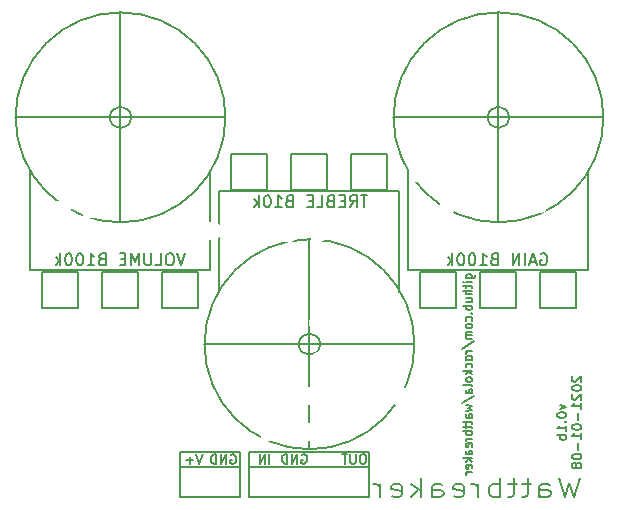
<source format=gbo>
%TF.GenerationSoftware,KiCad,Pcbnew,6.0.0+dfsg1-2*%
%TF.CreationDate,2022-01-11T21:41:47+02:00*%
%TF.ProjectId,wattbreaker,77617474-6272-4656-916b-65722e6b6963,rev?*%
%TF.SameCoordinates,Original*%
%TF.FileFunction,Legend,Bot*%
%TF.FilePolarity,Positive*%
%FSLAX46Y46*%
G04 Gerber Fmt 4.6, Leading zero omitted, Abs format (unit mm)*
G04 Created by KiCad (PCBNEW 6.0.0+dfsg1-2) date 2022-01-11 21:41:47*
%MOMM*%
%LPD*%
G01*
G04 APERTURE LIST*
%ADD10C,0.127000*%
%ADD11C,0.150000*%
%ADD12C,0.100000*%
%ADD13R,1.600000X1.600000*%
%ADD14O,1.600000X1.600000*%
%ADD15C,1.600000*%
%ADD16R,2.540000X2.540000*%
%ADD17O,2.540000X2.540000*%
%ADD18R,2.200000X2.200000*%
%ADD19O,2.200000X2.200000*%
%ADD20R,1.930400X1.930400*%
%ADD21O,1.930400X1.930400*%
G04 APERTURE END LIST*
D10*
X130204571Y-75711238D02*
X130737904Y-75901714D01*
X130204571Y-76092190D01*
X129937904Y-76549333D02*
X129937904Y-76625523D01*
X129976000Y-76701714D01*
X130014095Y-76739809D01*
X130090285Y-76777904D01*
X130242666Y-76816000D01*
X130433142Y-76816000D01*
X130585523Y-76777904D01*
X130661714Y-76739809D01*
X130699809Y-76701714D01*
X130737904Y-76625523D01*
X130737904Y-76549333D01*
X130699809Y-76473142D01*
X130661714Y-76435047D01*
X130585523Y-76396952D01*
X130433142Y-76358857D01*
X130242666Y-76358857D01*
X130090285Y-76396952D01*
X130014095Y-76435047D01*
X129976000Y-76473142D01*
X129937904Y-76549333D01*
X130661714Y-77158857D02*
X130699809Y-77196952D01*
X130737904Y-77158857D01*
X130699809Y-77120761D01*
X130661714Y-77158857D01*
X130737904Y-77158857D01*
X130737904Y-77958857D02*
X130737904Y-77501714D01*
X130737904Y-77730285D02*
X129937904Y-77730285D01*
X130052190Y-77654095D01*
X130128380Y-77577904D01*
X130166476Y-77501714D01*
X130737904Y-78301714D02*
X129937904Y-78301714D01*
X130242666Y-78301714D02*
X130204571Y-78377904D01*
X130204571Y-78530285D01*
X130242666Y-78606476D01*
X130280761Y-78644571D01*
X130356952Y-78682666D01*
X130585523Y-78682666D01*
X130661714Y-78644571D01*
X130699809Y-78606476D01*
X130737904Y-78530285D01*
X130737904Y-78377904D01*
X130699809Y-78301714D01*
X131302095Y-73330285D02*
X131264000Y-73368380D01*
X131225904Y-73444571D01*
X131225904Y-73635047D01*
X131264000Y-73711238D01*
X131302095Y-73749333D01*
X131378285Y-73787428D01*
X131454476Y-73787428D01*
X131568761Y-73749333D01*
X132025904Y-73292190D01*
X132025904Y-73787428D01*
X131225904Y-74282666D02*
X131225904Y-74358857D01*
X131264000Y-74435047D01*
X131302095Y-74473142D01*
X131378285Y-74511238D01*
X131530666Y-74549333D01*
X131721142Y-74549333D01*
X131873523Y-74511238D01*
X131949714Y-74473142D01*
X131987809Y-74435047D01*
X132025904Y-74358857D01*
X132025904Y-74282666D01*
X131987809Y-74206476D01*
X131949714Y-74168380D01*
X131873523Y-74130285D01*
X131721142Y-74092190D01*
X131530666Y-74092190D01*
X131378285Y-74130285D01*
X131302095Y-74168380D01*
X131264000Y-74206476D01*
X131225904Y-74282666D01*
X131302095Y-74854095D02*
X131264000Y-74892190D01*
X131225904Y-74968380D01*
X131225904Y-75158857D01*
X131264000Y-75235047D01*
X131302095Y-75273142D01*
X131378285Y-75311238D01*
X131454476Y-75311238D01*
X131568761Y-75273142D01*
X132025904Y-74816000D01*
X132025904Y-75311238D01*
X132025904Y-76073142D02*
X132025904Y-75616000D01*
X132025904Y-75844571D02*
X131225904Y-75844571D01*
X131340190Y-75768380D01*
X131416380Y-75692190D01*
X131454476Y-75616000D01*
X131721142Y-76416000D02*
X131721142Y-77025523D01*
X131225904Y-77558857D02*
X131225904Y-77635047D01*
X131264000Y-77711238D01*
X131302095Y-77749333D01*
X131378285Y-77787428D01*
X131530666Y-77825523D01*
X131721142Y-77825523D01*
X131873523Y-77787428D01*
X131949714Y-77749333D01*
X131987809Y-77711238D01*
X132025904Y-77635047D01*
X132025904Y-77558857D01*
X131987809Y-77482666D01*
X131949714Y-77444571D01*
X131873523Y-77406476D01*
X131721142Y-77368380D01*
X131530666Y-77368380D01*
X131378285Y-77406476D01*
X131302095Y-77444571D01*
X131264000Y-77482666D01*
X131225904Y-77558857D01*
X132025904Y-78587428D02*
X132025904Y-78130285D01*
X132025904Y-78358857D02*
X131225904Y-78358857D01*
X131340190Y-78282666D01*
X131416380Y-78206476D01*
X131454476Y-78130285D01*
X131721142Y-78930285D02*
X131721142Y-79539809D01*
X131225904Y-80073142D02*
X131225904Y-80149333D01*
X131264000Y-80225523D01*
X131302095Y-80263619D01*
X131378285Y-80301714D01*
X131530666Y-80339809D01*
X131721142Y-80339809D01*
X131873523Y-80301714D01*
X131949714Y-80263619D01*
X131987809Y-80225523D01*
X132025904Y-80149333D01*
X132025904Y-80073142D01*
X131987809Y-79996952D01*
X131949714Y-79958857D01*
X131873523Y-79920761D01*
X131721142Y-79882666D01*
X131530666Y-79882666D01*
X131378285Y-79920761D01*
X131302095Y-79958857D01*
X131264000Y-79996952D01*
X131225904Y-80073142D01*
X131568761Y-80796952D02*
X131530666Y-80720761D01*
X131492571Y-80682666D01*
X131416380Y-80644571D01*
X131378285Y-80644571D01*
X131302095Y-80682666D01*
X131264000Y-80720761D01*
X131225904Y-80796952D01*
X131225904Y-80949333D01*
X131264000Y-81025523D01*
X131302095Y-81063619D01*
X131378285Y-81101714D01*
X131416380Y-81101714D01*
X131492571Y-81063619D01*
X131530666Y-81025523D01*
X131568761Y-80949333D01*
X131568761Y-80796952D01*
X131606857Y-80720761D01*
X131644952Y-80682666D01*
X131721142Y-80644571D01*
X131873523Y-80644571D01*
X131949714Y-80682666D01*
X131987809Y-80720761D01*
X132025904Y-80796952D01*
X132025904Y-80949333D01*
X131987809Y-81025523D01*
X131949714Y-81063619D01*
X131873523Y-81101714D01*
X131721142Y-81101714D01*
X131644952Y-81063619D01*
X131606857Y-81025523D01*
X131568761Y-80949333D01*
D11*
X131878095Y-81927809D02*
X131390000Y-83527809D01*
X130999523Y-82384952D01*
X130609047Y-83527809D01*
X130120952Y-81927809D01*
X128461428Y-83527809D02*
X128461428Y-82689714D01*
X128559047Y-82537333D01*
X128754285Y-82461142D01*
X129144761Y-82461142D01*
X129340000Y-82537333D01*
X128461428Y-83451619D02*
X128656666Y-83527809D01*
X129144761Y-83527809D01*
X129340000Y-83451619D01*
X129437619Y-83299238D01*
X129437619Y-83146857D01*
X129340000Y-82994476D01*
X129144761Y-82918285D01*
X128656666Y-82918285D01*
X128461428Y-82842095D01*
X127778095Y-82461142D02*
X126997142Y-82461142D01*
X127485238Y-81927809D02*
X127485238Y-83299238D01*
X127387619Y-83451619D01*
X127192380Y-83527809D01*
X126997142Y-83527809D01*
X126606666Y-82461142D02*
X125825714Y-82461142D01*
X126313809Y-81927809D02*
X126313809Y-83299238D01*
X126216190Y-83451619D01*
X126020952Y-83527809D01*
X125825714Y-83527809D01*
X125142380Y-83527809D02*
X125142380Y-81927809D01*
X125142380Y-82537333D02*
X124947142Y-82461142D01*
X124556666Y-82461142D01*
X124361428Y-82537333D01*
X124263809Y-82613523D01*
X124166190Y-82765904D01*
X124166190Y-83223047D01*
X124263809Y-83375428D01*
X124361428Y-83451619D01*
X124556666Y-83527809D01*
X124947142Y-83527809D01*
X125142380Y-83451619D01*
X123287619Y-83527809D02*
X123287619Y-82461142D01*
X123287619Y-82765904D02*
X123190000Y-82613523D01*
X123092380Y-82537333D01*
X122897142Y-82461142D01*
X122701904Y-82461142D01*
X121237619Y-83451619D02*
X121432857Y-83527809D01*
X121823333Y-83527809D01*
X122018571Y-83451619D01*
X122116190Y-83299238D01*
X122116190Y-82689714D01*
X122018571Y-82537333D01*
X121823333Y-82461142D01*
X121432857Y-82461142D01*
X121237619Y-82537333D01*
X121140000Y-82689714D01*
X121140000Y-82842095D01*
X122116190Y-82994476D01*
X119382857Y-83527809D02*
X119382857Y-82689714D01*
X119480476Y-82537333D01*
X119675714Y-82461142D01*
X120066190Y-82461142D01*
X120261428Y-82537333D01*
X119382857Y-83451619D02*
X119578095Y-83527809D01*
X120066190Y-83527809D01*
X120261428Y-83451619D01*
X120359047Y-83299238D01*
X120359047Y-83146857D01*
X120261428Y-82994476D01*
X120066190Y-82918285D01*
X119578095Y-82918285D01*
X119382857Y-82842095D01*
X118406666Y-83527809D02*
X118406666Y-81927809D01*
X118211428Y-82918285D02*
X117625714Y-83527809D01*
X117625714Y-82461142D02*
X118406666Y-83070666D01*
X115966190Y-83451619D02*
X116161428Y-83527809D01*
X116551904Y-83527809D01*
X116747142Y-83451619D01*
X116844761Y-83299238D01*
X116844761Y-82689714D01*
X116747142Y-82537333D01*
X116551904Y-82461142D01*
X116161428Y-82461142D01*
X115966190Y-82537333D01*
X115868571Y-82689714D01*
X115868571Y-82842095D01*
X116844761Y-82994476D01*
X114990000Y-83527809D02*
X114990000Y-82461142D01*
X114990000Y-82765904D02*
X114892380Y-82613523D01*
X114794761Y-82537333D01*
X114599523Y-82461142D01*
X114404285Y-82461142D01*
D10*
X122238571Y-65003333D02*
X122886190Y-65003333D01*
X122962380Y-64970000D01*
X123000476Y-64936666D01*
X123038571Y-64870000D01*
X123038571Y-64770000D01*
X123000476Y-64703333D01*
X122733809Y-65003333D02*
X122771904Y-64936666D01*
X122771904Y-64803333D01*
X122733809Y-64736666D01*
X122695714Y-64703333D01*
X122619523Y-64670000D01*
X122390952Y-64670000D01*
X122314761Y-64703333D01*
X122276666Y-64736666D01*
X122238571Y-64803333D01*
X122238571Y-64936666D01*
X122276666Y-65003333D01*
X122771904Y-65336666D02*
X122238571Y-65336666D01*
X121971904Y-65336666D02*
X122010000Y-65303333D01*
X122048095Y-65336666D01*
X122010000Y-65370000D01*
X121971904Y-65336666D01*
X122048095Y-65336666D01*
X122238571Y-65570000D02*
X122238571Y-65836666D01*
X121971904Y-65670000D02*
X122657619Y-65670000D01*
X122733809Y-65703333D01*
X122771904Y-65770000D01*
X122771904Y-65836666D01*
X122771904Y-66070000D02*
X121971904Y-66070000D01*
X122771904Y-66370000D02*
X122352857Y-66370000D01*
X122276666Y-66336666D01*
X122238571Y-66270000D01*
X122238571Y-66170000D01*
X122276666Y-66103333D01*
X122314761Y-66070000D01*
X122238571Y-67003333D02*
X122771904Y-67003333D01*
X122238571Y-66703333D02*
X122657619Y-66703333D01*
X122733809Y-66736666D01*
X122771904Y-66803333D01*
X122771904Y-66903333D01*
X122733809Y-66970000D01*
X122695714Y-67003333D01*
X122771904Y-67336666D02*
X121971904Y-67336666D01*
X122276666Y-67336666D02*
X122238571Y-67403333D01*
X122238571Y-67536666D01*
X122276666Y-67603333D01*
X122314761Y-67636666D01*
X122390952Y-67670000D01*
X122619523Y-67670000D01*
X122695714Y-67636666D01*
X122733809Y-67603333D01*
X122771904Y-67536666D01*
X122771904Y-67403333D01*
X122733809Y-67336666D01*
X122695714Y-67970000D02*
X122733809Y-68003333D01*
X122771904Y-67970000D01*
X122733809Y-67936666D01*
X122695714Y-67970000D01*
X122771904Y-67970000D01*
X122733809Y-68603333D02*
X122771904Y-68536666D01*
X122771904Y-68403333D01*
X122733809Y-68336666D01*
X122695714Y-68303333D01*
X122619523Y-68270000D01*
X122390952Y-68270000D01*
X122314761Y-68303333D01*
X122276666Y-68336666D01*
X122238571Y-68403333D01*
X122238571Y-68536666D01*
X122276666Y-68603333D01*
X122771904Y-69003333D02*
X122733809Y-68936666D01*
X122695714Y-68903333D01*
X122619523Y-68870000D01*
X122390952Y-68870000D01*
X122314761Y-68903333D01*
X122276666Y-68936666D01*
X122238571Y-69003333D01*
X122238571Y-69103333D01*
X122276666Y-69170000D01*
X122314761Y-69203333D01*
X122390952Y-69236666D01*
X122619523Y-69236666D01*
X122695714Y-69203333D01*
X122733809Y-69170000D01*
X122771904Y-69103333D01*
X122771904Y-69003333D01*
X122771904Y-69536666D02*
X122238571Y-69536666D01*
X122314761Y-69536666D02*
X122276666Y-69570000D01*
X122238571Y-69636666D01*
X122238571Y-69736666D01*
X122276666Y-69803333D01*
X122352857Y-69836666D01*
X122771904Y-69836666D01*
X122352857Y-69836666D02*
X122276666Y-69870000D01*
X122238571Y-69936666D01*
X122238571Y-70036666D01*
X122276666Y-70103333D01*
X122352857Y-70136666D01*
X122771904Y-70136666D01*
X121933809Y-70970000D02*
X122962380Y-70370000D01*
X122771904Y-71203333D02*
X122238571Y-71203333D01*
X122390952Y-71203333D02*
X122314761Y-71236666D01*
X122276666Y-71270000D01*
X122238571Y-71336666D01*
X122238571Y-71403333D01*
X122771904Y-71736666D02*
X122733809Y-71670000D01*
X122695714Y-71636666D01*
X122619523Y-71603333D01*
X122390952Y-71603333D01*
X122314761Y-71636666D01*
X122276666Y-71670000D01*
X122238571Y-71736666D01*
X122238571Y-71836666D01*
X122276666Y-71903333D01*
X122314761Y-71936666D01*
X122390952Y-71970000D01*
X122619523Y-71970000D01*
X122695714Y-71936666D01*
X122733809Y-71903333D01*
X122771904Y-71836666D01*
X122771904Y-71736666D01*
X122733809Y-72570000D02*
X122771904Y-72503333D01*
X122771904Y-72370000D01*
X122733809Y-72303333D01*
X122695714Y-72270000D01*
X122619523Y-72236666D01*
X122390952Y-72236666D01*
X122314761Y-72270000D01*
X122276666Y-72303333D01*
X122238571Y-72370000D01*
X122238571Y-72503333D01*
X122276666Y-72570000D01*
X122771904Y-72870000D02*
X121971904Y-72870000D01*
X122467142Y-72936666D02*
X122771904Y-73136666D01*
X122238571Y-73136666D02*
X122543333Y-72870000D01*
X122771904Y-73536666D02*
X122733809Y-73470000D01*
X122695714Y-73436666D01*
X122619523Y-73403333D01*
X122390952Y-73403333D01*
X122314761Y-73436666D01*
X122276666Y-73470000D01*
X122238571Y-73536666D01*
X122238571Y-73636666D01*
X122276666Y-73703333D01*
X122314761Y-73736666D01*
X122390952Y-73770000D01*
X122619523Y-73770000D01*
X122695714Y-73736666D01*
X122733809Y-73703333D01*
X122771904Y-73636666D01*
X122771904Y-73536666D01*
X122771904Y-74170000D02*
X122733809Y-74103333D01*
X122657619Y-74070000D01*
X121971904Y-74070000D01*
X122771904Y-74736666D02*
X122352857Y-74736666D01*
X122276666Y-74703333D01*
X122238571Y-74636666D01*
X122238571Y-74503333D01*
X122276666Y-74436666D01*
X122733809Y-74736666D02*
X122771904Y-74670000D01*
X122771904Y-74503333D01*
X122733809Y-74436666D01*
X122657619Y-74403333D01*
X122581428Y-74403333D01*
X122505238Y-74436666D01*
X122467142Y-74503333D01*
X122467142Y-74670000D01*
X122429047Y-74736666D01*
X121933809Y-75570000D02*
X122962380Y-74970000D01*
X122238571Y-75736666D02*
X122771904Y-75870000D01*
X122390952Y-76003333D01*
X122771904Y-76136666D01*
X122238571Y-76270000D01*
X122771904Y-76836666D02*
X122352857Y-76836666D01*
X122276666Y-76803333D01*
X122238571Y-76736666D01*
X122238571Y-76603333D01*
X122276666Y-76536666D01*
X122733809Y-76836666D02*
X122771904Y-76770000D01*
X122771904Y-76603333D01*
X122733809Y-76536666D01*
X122657619Y-76503333D01*
X122581428Y-76503333D01*
X122505238Y-76536666D01*
X122467142Y-76603333D01*
X122467142Y-76770000D01*
X122429047Y-76836666D01*
X122238571Y-77070000D02*
X122238571Y-77336666D01*
X121971904Y-77170000D02*
X122657619Y-77170000D01*
X122733809Y-77203333D01*
X122771904Y-77270000D01*
X122771904Y-77336666D01*
X122238571Y-77470000D02*
X122238571Y-77736666D01*
X121971904Y-77570000D02*
X122657619Y-77570000D01*
X122733809Y-77603333D01*
X122771904Y-77670000D01*
X122771904Y-77736666D01*
X122771904Y-77970000D02*
X121971904Y-77970000D01*
X122276666Y-77970000D02*
X122238571Y-78036666D01*
X122238571Y-78170000D01*
X122276666Y-78236666D01*
X122314761Y-78270000D01*
X122390952Y-78303333D01*
X122619523Y-78303333D01*
X122695714Y-78270000D01*
X122733809Y-78236666D01*
X122771904Y-78170000D01*
X122771904Y-78036666D01*
X122733809Y-77970000D01*
X122771904Y-78603333D02*
X122238571Y-78603333D01*
X122390952Y-78603333D02*
X122314761Y-78636666D01*
X122276666Y-78670000D01*
X122238571Y-78736666D01*
X122238571Y-78803333D01*
X122733809Y-79303333D02*
X122771904Y-79236666D01*
X122771904Y-79103333D01*
X122733809Y-79036666D01*
X122657619Y-79003333D01*
X122352857Y-79003333D01*
X122276666Y-79036666D01*
X122238571Y-79103333D01*
X122238571Y-79236666D01*
X122276666Y-79303333D01*
X122352857Y-79336666D01*
X122429047Y-79336666D01*
X122505238Y-79003333D01*
X122771904Y-79936666D02*
X122352857Y-79936666D01*
X122276666Y-79903333D01*
X122238571Y-79836666D01*
X122238571Y-79703333D01*
X122276666Y-79636666D01*
X122733809Y-79936666D02*
X122771904Y-79870000D01*
X122771904Y-79703333D01*
X122733809Y-79636666D01*
X122657619Y-79603333D01*
X122581428Y-79603333D01*
X122505238Y-79636666D01*
X122467142Y-79703333D01*
X122467142Y-79870000D01*
X122429047Y-79936666D01*
X122771904Y-80270000D02*
X121971904Y-80270000D01*
X122467142Y-80336666D02*
X122771904Y-80536666D01*
X122238571Y-80536666D02*
X122543333Y-80270000D01*
X122733809Y-81103333D02*
X122771904Y-81036666D01*
X122771904Y-80903333D01*
X122733809Y-80836666D01*
X122657619Y-80803333D01*
X122352857Y-80803333D01*
X122276666Y-80836666D01*
X122238571Y-80903333D01*
X122238571Y-81036666D01*
X122276666Y-81103333D01*
X122352857Y-81136666D01*
X122429047Y-81136666D01*
X122505238Y-80803333D01*
X122771904Y-81436666D02*
X122238571Y-81436666D01*
X122390952Y-81436666D02*
X122314761Y-81470000D01*
X122276666Y-81503333D01*
X122238571Y-81570000D01*
X122238571Y-81636666D01*
D11*
%TO.C,RV3*%
X113896833Y-57992380D02*
X113325404Y-57992380D01*
X113611119Y-58992380D02*
X113611119Y-57992380D01*
X112420642Y-58992380D02*
X112753976Y-58516190D01*
X112992071Y-58992380D02*
X112992071Y-57992380D01*
X112611119Y-57992380D01*
X112515880Y-58040000D01*
X112468261Y-58087619D01*
X112420642Y-58182857D01*
X112420642Y-58325714D01*
X112468261Y-58420952D01*
X112515880Y-58468571D01*
X112611119Y-58516190D01*
X112992071Y-58516190D01*
X111992071Y-58468571D02*
X111658738Y-58468571D01*
X111515880Y-58992380D02*
X111992071Y-58992380D01*
X111992071Y-57992380D01*
X111515880Y-57992380D01*
X110753976Y-58468571D02*
X110611119Y-58516190D01*
X110563500Y-58563809D01*
X110515880Y-58659047D01*
X110515880Y-58801904D01*
X110563500Y-58897142D01*
X110611119Y-58944761D01*
X110706357Y-58992380D01*
X111087309Y-58992380D01*
X111087309Y-57992380D01*
X110753976Y-57992380D01*
X110658738Y-58040000D01*
X110611119Y-58087619D01*
X110563500Y-58182857D01*
X110563500Y-58278095D01*
X110611119Y-58373333D01*
X110658738Y-58420952D01*
X110753976Y-58468571D01*
X111087309Y-58468571D01*
X109611119Y-58992380D02*
X110087309Y-58992380D01*
X110087309Y-57992380D01*
X109277785Y-58468571D02*
X108944452Y-58468571D01*
X108801595Y-58992380D02*
X109277785Y-58992380D01*
X109277785Y-57992380D01*
X108801595Y-57992380D01*
X107277785Y-58468571D02*
X107134928Y-58516190D01*
X107087309Y-58563809D01*
X107039690Y-58659047D01*
X107039690Y-58801904D01*
X107087309Y-58897142D01*
X107134928Y-58944761D01*
X107230166Y-58992380D01*
X107611119Y-58992380D01*
X107611119Y-57992380D01*
X107277785Y-57992380D01*
X107182547Y-58040000D01*
X107134928Y-58087619D01*
X107087309Y-58182857D01*
X107087309Y-58278095D01*
X107134928Y-58373333D01*
X107182547Y-58420952D01*
X107277785Y-58468571D01*
X107611119Y-58468571D01*
X106087309Y-58992380D02*
X106658738Y-58992380D01*
X106373023Y-58992380D02*
X106373023Y-57992380D01*
X106468261Y-58135238D01*
X106563500Y-58230476D01*
X106658738Y-58278095D01*
X105468261Y-57992380D02*
X105373023Y-57992380D01*
X105277785Y-58040000D01*
X105230166Y-58087619D01*
X105182547Y-58182857D01*
X105134928Y-58373333D01*
X105134928Y-58611428D01*
X105182547Y-58801904D01*
X105230166Y-58897142D01*
X105277785Y-58944761D01*
X105373023Y-58992380D01*
X105468261Y-58992380D01*
X105563500Y-58944761D01*
X105611119Y-58897142D01*
X105658738Y-58801904D01*
X105706357Y-58611428D01*
X105706357Y-58373333D01*
X105658738Y-58182857D01*
X105611119Y-58087619D01*
X105563500Y-58040000D01*
X105468261Y-57992380D01*
X104706357Y-58992380D02*
X104706357Y-57992380D01*
X104611119Y-58611428D02*
X104325404Y-58992380D01*
X104325404Y-58325714D02*
X104706357Y-58706666D01*
D12*
X108714285Y-56452380D02*
X109285714Y-56452380D01*
X109000000Y-56452380D02*
X109000000Y-55452380D01*
X109095238Y-55595238D01*
X109190476Y-55690476D01*
X109285714Y-55738095D01*
D11*
%TO.C,RV1*%
X128579357Y-62960000D02*
X128674595Y-62912380D01*
X128817452Y-62912380D01*
X128960309Y-62960000D01*
X129055547Y-63055238D01*
X129103166Y-63150476D01*
X129150785Y-63340952D01*
X129150785Y-63483809D01*
X129103166Y-63674285D01*
X129055547Y-63769523D01*
X128960309Y-63864761D01*
X128817452Y-63912380D01*
X128722214Y-63912380D01*
X128579357Y-63864761D01*
X128531738Y-63817142D01*
X128531738Y-63483809D01*
X128722214Y-63483809D01*
X128150785Y-63626666D02*
X127674595Y-63626666D01*
X128246023Y-63912380D02*
X127912690Y-62912380D01*
X127579357Y-63912380D01*
X127246023Y-63912380D02*
X127246023Y-62912380D01*
X126769833Y-63912380D02*
X126769833Y-62912380D01*
X126198404Y-63912380D01*
X126198404Y-62912380D01*
X124626976Y-63388571D02*
X124484119Y-63436190D01*
X124436500Y-63483809D01*
X124388880Y-63579047D01*
X124388880Y-63721904D01*
X124436500Y-63817142D01*
X124484119Y-63864761D01*
X124579357Y-63912380D01*
X124960309Y-63912380D01*
X124960309Y-62912380D01*
X124626976Y-62912380D01*
X124531738Y-62960000D01*
X124484119Y-63007619D01*
X124436500Y-63102857D01*
X124436500Y-63198095D01*
X124484119Y-63293333D01*
X124531738Y-63340952D01*
X124626976Y-63388571D01*
X124960309Y-63388571D01*
X123436500Y-63912380D02*
X124007928Y-63912380D01*
X123722214Y-63912380D02*
X123722214Y-62912380D01*
X123817452Y-63055238D01*
X123912690Y-63150476D01*
X124007928Y-63198095D01*
X122817452Y-62912380D02*
X122722214Y-62912380D01*
X122626976Y-62960000D01*
X122579357Y-63007619D01*
X122531738Y-63102857D01*
X122484119Y-63293333D01*
X122484119Y-63531428D01*
X122531738Y-63721904D01*
X122579357Y-63817142D01*
X122626976Y-63864761D01*
X122722214Y-63912380D01*
X122817452Y-63912380D01*
X122912690Y-63864761D01*
X122960309Y-63817142D01*
X123007928Y-63721904D01*
X123055547Y-63531428D01*
X123055547Y-63293333D01*
X123007928Y-63102857D01*
X122960309Y-63007619D01*
X122912690Y-62960000D01*
X122817452Y-62912380D01*
X121865071Y-62912380D02*
X121769833Y-62912380D01*
X121674595Y-62960000D01*
X121626976Y-63007619D01*
X121579357Y-63102857D01*
X121531738Y-63293333D01*
X121531738Y-63531428D01*
X121579357Y-63721904D01*
X121626976Y-63817142D01*
X121674595Y-63864761D01*
X121769833Y-63912380D01*
X121865071Y-63912380D01*
X121960309Y-63864761D01*
X122007928Y-63817142D01*
X122055547Y-63721904D01*
X122103166Y-63531428D01*
X122103166Y-63293333D01*
X122055547Y-63102857D01*
X122007928Y-63007619D01*
X121960309Y-62960000D01*
X121865071Y-62912380D01*
X121103166Y-63912380D02*
X121103166Y-62912380D01*
X121007928Y-63531428D02*
X120722214Y-63912380D01*
X120722214Y-63245714D02*
X121103166Y-63626666D01*
D12*
X124714285Y-66452380D02*
X125285714Y-66452380D01*
X125000000Y-66452380D02*
X125000000Y-65452380D01*
X125095238Y-65595238D01*
X125190476Y-65690476D01*
X125285714Y-65738095D01*
D11*
%TO.C,RV2*%
X98460309Y-62912380D02*
X98126976Y-63912380D01*
X97793642Y-62912380D01*
X97269833Y-62912380D02*
X97079357Y-62912380D01*
X96984119Y-62960000D01*
X96888880Y-63055238D01*
X96841261Y-63245714D01*
X96841261Y-63579047D01*
X96888880Y-63769523D01*
X96984119Y-63864761D01*
X97079357Y-63912380D01*
X97269833Y-63912380D01*
X97365071Y-63864761D01*
X97460309Y-63769523D01*
X97507928Y-63579047D01*
X97507928Y-63245714D01*
X97460309Y-63055238D01*
X97365071Y-62960000D01*
X97269833Y-62912380D01*
X95936500Y-63912380D02*
X96412690Y-63912380D01*
X96412690Y-62912380D01*
X95603166Y-62912380D02*
X95603166Y-63721904D01*
X95555547Y-63817142D01*
X95507928Y-63864761D01*
X95412690Y-63912380D01*
X95222214Y-63912380D01*
X95126976Y-63864761D01*
X95079357Y-63817142D01*
X95031738Y-63721904D01*
X95031738Y-62912380D01*
X94555547Y-63912380D02*
X94555547Y-62912380D01*
X94222214Y-63626666D01*
X93888880Y-62912380D01*
X93888880Y-63912380D01*
X93412690Y-63388571D02*
X93079357Y-63388571D01*
X92936500Y-63912380D02*
X93412690Y-63912380D01*
X93412690Y-62912380D01*
X92936500Y-62912380D01*
X91412690Y-63388571D02*
X91269833Y-63436190D01*
X91222214Y-63483809D01*
X91174595Y-63579047D01*
X91174595Y-63721904D01*
X91222214Y-63817142D01*
X91269833Y-63864761D01*
X91365071Y-63912380D01*
X91746023Y-63912380D01*
X91746023Y-62912380D01*
X91412690Y-62912380D01*
X91317452Y-62960000D01*
X91269833Y-63007619D01*
X91222214Y-63102857D01*
X91222214Y-63198095D01*
X91269833Y-63293333D01*
X91317452Y-63340952D01*
X91412690Y-63388571D01*
X91746023Y-63388571D01*
X90222214Y-63912380D02*
X90793642Y-63912380D01*
X90507928Y-63912380D02*
X90507928Y-62912380D01*
X90603166Y-63055238D01*
X90698404Y-63150476D01*
X90793642Y-63198095D01*
X89603166Y-62912380D02*
X89507928Y-62912380D01*
X89412690Y-62960000D01*
X89365071Y-63007619D01*
X89317452Y-63102857D01*
X89269833Y-63293333D01*
X89269833Y-63531428D01*
X89317452Y-63721904D01*
X89365071Y-63817142D01*
X89412690Y-63864761D01*
X89507928Y-63912380D01*
X89603166Y-63912380D01*
X89698404Y-63864761D01*
X89746023Y-63817142D01*
X89793642Y-63721904D01*
X89841261Y-63531428D01*
X89841261Y-63293333D01*
X89793642Y-63102857D01*
X89746023Y-63007619D01*
X89698404Y-62960000D01*
X89603166Y-62912380D01*
X88650785Y-62912380D02*
X88555547Y-62912380D01*
X88460309Y-62960000D01*
X88412690Y-63007619D01*
X88365071Y-63102857D01*
X88317452Y-63293333D01*
X88317452Y-63531428D01*
X88365071Y-63721904D01*
X88412690Y-63817142D01*
X88460309Y-63864761D01*
X88555547Y-63912380D01*
X88650785Y-63912380D01*
X88746023Y-63864761D01*
X88793642Y-63817142D01*
X88841261Y-63721904D01*
X88888880Y-63531428D01*
X88888880Y-63293333D01*
X88841261Y-63102857D01*
X88793642Y-63007619D01*
X88746023Y-62960000D01*
X88650785Y-62912380D01*
X87888880Y-63912380D02*
X87888880Y-62912380D01*
X87793642Y-63531428D02*
X87507928Y-63912380D01*
X87507928Y-63245714D02*
X87888880Y-63626666D01*
D12*
X92714285Y-66452380D02*
X93285714Y-66452380D01*
X93000000Y-66452380D02*
X93000000Y-65452380D01*
X93095238Y-65595238D01*
X93190476Y-65690476D01*
X93285714Y-65738095D01*
D11*
%TO.C,J1*%
X108339523Y-79945000D02*
X108415714Y-79906904D01*
X108530000Y-79906904D01*
X108644285Y-79945000D01*
X108720476Y-80021190D01*
X108758571Y-80097380D01*
X108796666Y-80249761D01*
X108796666Y-80364047D01*
X108758571Y-80516428D01*
X108720476Y-80592619D01*
X108644285Y-80668809D01*
X108530000Y-80706904D01*
X108453809Y-80706904D01*
X108339523Y-80668809D01*
X108301428Y-80630714D01*
X108301428Y-80364047D01*
X108453809Y-80364047D01*
X107958571Y-80706904D02*
X107958571Y-79906904D01*
X107501428Y-80706904D01*
X107501428Y-79906904D01*
X107120476Y-80706904D02*
X107120476Y-79906904D01*
X106930000Y-79906904D01*
X106815714Y-79945000D01*
X106739523Y-80021190D01*
X106701428Y-80097380D01*
X106663333Y-80249761D01*
X106663333Y-80364047D01*
X106701428Y-80516428D01*
X106739523Y-80592619D01*
X106815714Y-80668809D01*
X106930000Y-80706904D01*
X107120476Y-80706904D01*
X113610000Y-79906904D02*
X113457619Y-79906904D01*
X113381428Y-79945000D01*
X113305238Y-80021190D01*
X113267142Y-80173571D01*
X113267142Y-80440238D01*
X113305238Y-80592619D01*
X113381428Y-80668809D01*
X113457619Y-80706904D01*
X113610000Y-80706904D01*
X113686190Y-80668809D01*
X113762380Y-80592619D01*
X113800476Y-80440238D01*
X113800476Y-80173571D01*
X113762380Y-80021190D01*
X113686190Y-79945000D01*
X113610000Y-79906904D01*
X112924285Y-79906904D02*
X112924285Y-80554523D01*
X112886190Y-80630714D01*
X112848095Y-80668809D01*
X112771904Y-80706904D01*
X112619523Y-80706904D01*
X112543333Y-80668809D01*
X112505238Y-80630714D01*
X112467142Y-80554523D01*
X112467142Y-79906904D01*
X112200476Y-79906904D02*
X111743333Y-79906904D01*
X111971904Y-80706904D02*
X111971904Y-79906904D01*
X105609047Y-80706904D02*
X105609047Y-79906904D01*
X105228095Y-80706904D02*
X105228095Y-79906904D01*
X104770952Y-80706904D01*
X104770952Y-79906904D01*
%TO.C,J2*%
X99949904Y-79931904D02*
X99683238Y-80731904D01*
X99416571Y-79931904D01*
X99149904Y-80427142D02*
X98540380Y-80427142D01*
X98845142Y-80731904D02*
X98845142Y-80122380D01*
X102337523Y-79970000D02*
X102413714Y-79931904D01*
X102528000Y-79931904D01*
X102642285Y-79970000D01*
X102718476Y-80046190D01*
X102756571Y-80122380D01*
X102794666Y-80274761D01*
X102794666Y-80389047D01*
X102756571Y-80541428D01*
X102718476Y-80617619D01*
X102642285Y-80693809D01*
X102528000Y-80731904D01*
X102451809Y-80731904D01*
X102337523Y-80693809D01*
X102299428Y-80655714D01*
X102299428Y-80389047D01*
X102451809Y-80389047D01*
X101956571Y-80731904D02*
X101956571Y-79931904D01*
X101499428Y-80731904D01*
X101499428Y-79931904D01*
X101118476Y-80731904D02*
X101118476Y-79931904D01*
X100928000Y-79931904D01*
X100813714Y-79970000D01*
X100737523Y-80046190D01*
X100699428Y-80122380D01*
X100661333Y-80274761D01*
X100661333Y-80389047D01*
X100699428Y-80541428D01*
X100737523Y-80617619D01*
X100813714Y-80693809D01*
X100928000Y-80731904D01*
X101118476Y-80731904D01*
D10*
%TO.C,RV3*%
X110524000Y-57524000D02*
X107476000Y-57524000D01*
X105444000Y-54476000D02*
X102396000Y-54476000D01*
X112556000Y-54476000D02*
X112556000Y-57524000D01*
X115604000Y-57524000D02*
X112556000Y-57524000D01*
X117890000Y-70605000D02*
X100110000Y-70605000D01*
X105444000Y-57524000D02*
X105444000Y-54476000D01*
X116620000Y-66160000D02*
X116620000Y-57651000D01*
X105444000Y-57524000D02*
X102396000Y-57524000D01*
X101380000Y-57651000D02*
X101380000Y-66160000D01*
X110524000Y-57524000D02*
X110524000Y-54476000D01*
X110524000Y-54476000D02*
X107476000Y-54476000D01*
X115604000Y-57524000D02*
X115604000Y-54476000D01*
X109000000Y-61715000D02*
X109000000Y-79495000D01*
X115604000Y-54476000D02*
X112556000Y-54476000D01*
X116620000Y-57651000D02*
X101380000Y-57651000D01*
X102396000Y-54476000D02*
X102396000Y-57524000D01*
X107476000Y-54476000D02*
X107476000Y-57524000D01*
X108999998Y-79495000D02*
G75*
G03*
X117890000Y-70605000I102J8889900D01*
G01*
X100110000Y-70604998D02*
G75*
G03*
X109000000Y-79495000I8889900J-102D01*
G01*
X109000000Y-61715000D02*
G75*
G03*
X100110000Y-70605000I1J-8890001D01*
G01*
X117890000Y-70605000D02*
G75*
G03*
X109000000Y-61715000I-8890001J-1D01*
G01*
X109898000Y-70605000D02*
G75*
G03*
X109898000Y-70605000I-898000J0D01*
G01*
%TO.C,RV1*%
X128556000Y-67524000D02*
X131604000Y-67524000D01*
X132620000Y-64349000D02*
X132620000Y-55840000D01*
X131604000Y-67524000D02*
X131604000Y-64476000D01*
X118396000Y-64476000D02*
X121444000Y-64476000D01*
X116110000Y-51395000D02*
X133890000Y-51395000D01*
X121444000Y-67524000D02*
X121444000Y-64476000D01*
X126524000Y-67524000D02*
X126524000Y-64476000D01*
X118396000Y-64476000D02*
X118396000Y-67524000D01*
X117380000Y-64349000D02*
X132620000Y-64349000D01*
X123476000Y-64476000D02*
X126524000Y-64476000D01*
X117380000Y-55840000D02*
X117380000Y-64349000D01*
X123476000Y-67524000D02*
X126524000Y-67524000D01*
X118396000Y-67524000D02*
X121444000Y-67524000D01*
X128556000Y-64476000D02*
X131604000Y-64476000D01*
X123476000Y-64476000D02*
X123476000Y-67524000D01*
X125000000Y-60285000D02*
X125000000Y-42505000D01*
X128556000Y-64476000D02*
X128556000Y-67524000D01*
X125000000Y-60285000D02*
G75*
G03*
X133890000Y-51395000I-1J8890001D01*
G01*
X133890000Y-51395002D02*
G75*
G03*
X125000000Y-42505000I-8889900J102D01*
G01*
X125000002Y-42505000D02*
G75*
G03*
X116110000Y-51395000I-102J-8889900D01*
G01*
X116110000Y-51395000D02*
G75*
G03*
X125000000Y-60285000I8890001J1D01*
G01*
X125898000Y-51395000D02*
G75*
G03*
X125898000Y-51395000I-898000J0D01*
G01*
%TO.C,RV2*%
X96556000Y-67524000D02*
X99604000Y-67524000D01*
X85380000Y-55840000D02*
X85380000Y-64349000D01*
X91476000Y-64476000D02*
X94524000Y-64476000D01*
X93000000Y-60285000D02*
X93000000Y-42505000D01*
X85380000Y-64349000D02*
X100620000Y-64349000D01*
X86396000Y-64476000D02*
X89444000Y-64476000D01*
X99604000Y-67524000D02*
X99604000Y-64476000D01*
X96556000Y-64476000D02*
X99604000Y-64476000D01*
X100620000Y-64349000D02*
X100620000Y-55840000D01*
X86396000Y-64476000D02*
X86396000Y-67524000D01*
X96556000Y-64476000D02*
X96556000Y-67524000D01*
X94524000Y-67524000D02*
X94524000Y-64476000D01*
X86396000Y-67524000D02*
X89444000Y-67524000D01*
X89444000Y-67524000D02*
X89444000Y-64476000D01*
X91476000Y-64476000D02*
X91476000Y-67524000D01*
X91476000Y-67524000D02*
X94524000Y-67524000D01*
X84110000Y-51395000D02*
X101890000Y-51395000D01*
X93000000Y-60285000D02*
G75*
G03*
X101890000Y-51395000I-1J8890001D01*
G01*
X84110000Y-51395000D02*
G75*
G03*
X93000000Y-60285000I8890001J1D01*
G01*
X93000002Y-42505000D02*
G75*
G03*
X84110000Y-51395000I-102J-8889900D01*
G01*
X101890000Y-51395002D02*
G75*
G03*
X93000000Y-42505000I-8889900J102D01*
G01*
X93898000Y-51395000D02*
G75*
G03*
X93898000Y-51395000I-898000J0D01*
G01*
%TO.C,J1*%
X103920000Y-83520000D02*
X114080000Y-83520000D01*
X114080000Y-80980000D02*
X114080000Y-79710000D01*
X103920000Y-80980000D02*
X103920000Y-79710000D01*
X103920000Y-79710000D02*
X114080000Y-79710000D01*
X103920000Y-83520000D02*
X103920000Y-80980000D01*
X114080000Y-80980000D02*
X103920000Y-80980000D01*
X114080000Y-83520000D02*
X114080000Y-80980000D01*
%TO.C,J2*%
X103125000Y-81005000D02*
X103125000Y-79735000D01*
X103125000Y-81005000D02*
X98045000Y-81005000D01*
X98045000Y-79735000D02*
X103125000Y-79735000D01*
X103125000Y-83545000D02*
X103125000Y-81005000D01*
X98045000Y-81005000D02*
X98045000Y-79735000D01*
X98045000Y-83545000D02*
X103125000Y-83545000D01*
X98045000Y-83545000D02*
X98045000Y-81005000D01*
%TD*%
%LPC*%
D13*
%TO.C,U1*%
X114800000Y-61200000D03*
D14*
X112260000Y-61200000D03*
X109720000Y-61200000D03*
X107180000Y-61200000D03*
X107180000Y-68820000D03*
X109720000Y-68820000D03*
X112260000Y-68820000D03*
X114800000Y-68820000D03*
%TD*%
D13*
%TO.C,D5*%
X126400000Y-75590000D03*
D14*
X118780000Y-75590000D03*
%TD*%
D13*
%TO.C,C6*%
X90570000Y-59120000D03*
D15*
X88070000Y-59120000D03*
%TD*%
%TO.C,R8*%
X88970000Y-77500000D03*
D14*
X88970000Y-69880000D03*
%TD*%
D16*
%TO.C,RV3*%
X103920000Y-56000000D03*
D17*
X109000000Y-56000000D03*
X114080000Y-56000000D03*
%TD*%
D18*
%TO.C,D3*%
X95210000Y-72010000D03*
D19*
X95210000Y-82170000D03*
%TD*%
D15*
%TO.C,C2*%
X94530000Y-56810000D03*
X94530000Y-61810000D03*
%TD*%
%TO.C,R4*%
X97630000Y-61020000D03*
D14*
X97630000Y-53400000D03*
%TD*%
D15*
%TO.C,R1*%
X105575000Y-78025000D03*
D14*
X97955000Y-78025000D03*
%TD*%
D13*
%TO.C,D4*%
X126400000Y-78200000D03*
D14*
X118780000Y-78200000D03*
%TD*%
D15*
%TO.C,C8*%
X124070000Y-70190000D03*
X119070000Y-70190000D03*
%TD*%
%TO.C,R10*%
X109000000Y-74970000D03*
D14*
X116620000Y-74970000D03*
%TD*%
D15*
%TO.C,C7*%
X109975000Y-71925000D03*
X114975000Y-71925000D03*
%TD*%
%TO.C,R6*%
X120830000Y-61810000D03*
D14*
X128450000Y-61810000D03*
%TD*%
D13*
%TO.C,D2*%
X120800000Y-53030000D03*
D14*
X128420000Y-53030000D03*
%TD*%
D15*
%TO.C,R5*%
X120830000Y-58750000D03*
D14*
X128450000Y-58750000D03*
%TD*%
D15*
%TO.C,R2*%
X100720000Y-61030000D03*
D14*
X100720000Y-53410000D03*
%TD*%
D15*
%TO.C,R11*%
X103990000Y-67820000D03*
D14*
X103990000Y-60200000D03*
%TD*%
D16*
%TO.C,RV1*%
X130080000Y-66000000D03*
D17*
X125000000Y-66000000D03*
X119920000Y-66000000D03*
%TD*%
D15*
%TO.C,C3*%
X94690000Y-52900000D03*
X89690000Y-52900000D03*
%TD*%
%TO.C,C9*%
X114575000Y-52750000D03*
X109575000Y-52750000D03*
%TD*%
%TO.C,R7*%
X92030000Y-77500000D03*
D14*
X92030000Y-69880000D03*
%TD*%
D15*
%TO.C,R9*%
X109000000Y-78050000D03*
D14*
X116620000Y-78050000D03*
%TD*%
D16*
%TO.C,RV2*%
X98080000Y-66000000D03*
D17*
X93000000Y-66000000D03*
X87920000Y-66000000D03*
%TD*%
D15*
%TO.C,C5*%
X130140000Y-69180000D03*
X130140000Y-74180000D03*
%TD*%
D13*
%TO.C,D1*%
X120830000Y-55930000D03*
D14*
X128450000Y-55930000D03*
%TD*%
D13*
%TO.C,D7*%
X126400000Y-73000000D03*
D14*
X118780000Y-73000000D03*
%TD*%
D13*
%TO.C,D6*%
X126400000Y-80790000D03*
D14*
X118780000Y-80790000D03*
%TD*%
D15*
%TO.C,C4*%
X118170000Y-56070000D03*
X118170000Y-61070000D03*
%TD*%
D20*
%TO.C,J1*%
X105190000Y-82250000D03*
D21*
X107730000Y-82250000D03*
X110270000Y-82250000D03*
X112810000Y-82250000D03*
%TD*%
D15*
%TO.C,R3*%
X105540000Y-74930000D03*
D14*
X97920000Y-74930000D03*
%TD*%
D15*
%TO.C,C1*%
X103400000Y-71900000D03*
X98400000Y-71900000D03*
%TD*%
D20*
%TO.C,J2*%
X99315000Y-82275000D03*
D21*
X101855000Y-82275000D03*
%TD*%
M02*

</source>
